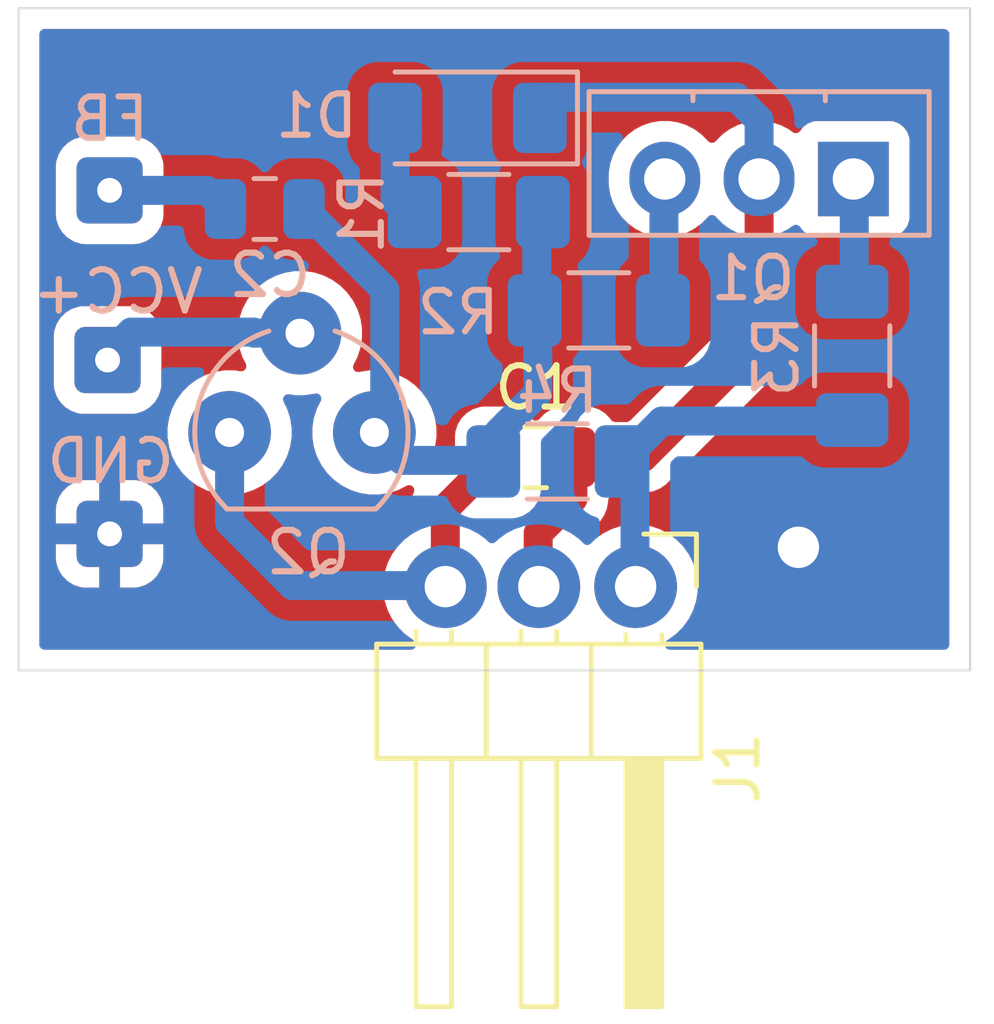
<source format=kicad_pcb>
(kicad_pcb (version 20241229) (generator "pcbnew") (generator_version "9.0")
  (layers (0 "F.Cu" signal) (2 "B.Cu" signal) (13 "F.Paste" user) (15 "B.Paste" user) (5 "F.SilkS" user "F.Silkscreen") (7 "B.SilkS" user "B.Silkscreen") (1 "F.Mask" user) (3 "B.Mask" user) (25 "Edge.Cuts" user))
  (net 0 "")
  (net 1 "Net-(J1-Pin_3)")
  (net 2 "Net-(D1-K)")
  (net 3 "Net-(D1-A)")
  (net 4 "Net-(Q2-E)")
  (net 5 "/VC+")
  (net 6 "GND")
  (net 7 "/VE-")
  (net 8 "Net-(Q1-B)")
  (net 9 "Net-(Q1-E)")
  (net 10 "Net-(C2-Pad2)")
  (footprint "Capacitor_SMD:C_0805_2012Metric" (layer "F.Cu") (at 154.1 134.7)
    (property "Reference" "C1" (at 0 -1.68 0) (layer "F.SilkS"))
    (property "Value" "27p")
    (fp_line (start -0.261252 -0.735) (end 0.261252 -0.735) (stroke (width 0.12)) (layer "F.SilkS"))
    (fp_line (start -0.261252 0.735) (end 0.261252 0.735) (stroke (width 0.12)) (layer "F.SilkS"))
    (pad "1" smd roundrect (at -0.95 0) (size 1 1.45) (layers "F.Cu" "F.Mask" "F.Paste") (net 1 "Net-(J1-Pin_3)"))
    (pad "2" smd roundrect (at 0.95 0) (size 1 1.45) (layers "F.Cu" "F.Mask" "F.Paste") (net 2 "Net-(D1-K)"))
  )
  (footprint "Connector_PinHeader_2.54mm:PinHeader_1x03_P2.54mm_Horizontal" (layer "F.Cu") (at 156.715 137.825 -90)
    (property "Reference" "J1" (at 4.385 -2.27 90) (layer "F.SilkS"))
    (property "Value" "Conn_01x03")
    (fp_line (start 1.39 6.46) (end 4.15 6.46) (stroke (width 0.12)) (layer "F.SilkS"))
    (fp_line (start 4.15 6.46) (end 4.15 -1.38) (stroke (width 0.12)) (layer "F.SilkS"))
    (fp_line (start 1.077358 5.51) (end 1.39 5.51) (stroke (width 0.12)) (layer "F.SilkS"))
    (fp_line (start 10.15 5.51) (end 4.15 5.51) (stroke (width 0.12)) (layer "F.SilkS"))
    (fp_line (start 1.077358 4.65) (end 1.39 4.65) (stroke (width 0.12)) (layer "F.SilkS"))
    (fp_line (start 4.15 4.65) (end 10.15 4.65) (stroke (width 0.12)) (layer "F.SilkS"))
    (fp_line (start 10.15 4.65) (end 10.15 5.51) (stroke (width 0.12)) (layer "F.SilkS"))
    (fp_line (start 1.39 3.81) (end 4.15 3.81) (stroke (width 0.12)) (layer "F.SilkS"))
    (fp_line (start 1.077358 2.97) (end 1.39 2.97) (stroke (width 0.12)) (layer "F.SilkS"))
    (fp_line (start 10.15 2.97) (end 4.15 2.97) (stroke (width 0.12)) (layer "F.SilkS"))
    (fp_line (start 1.077358 2.11) (end 1.39 2.11) (stroke (width 0.12)) (layer "F.SilkS"))
    (fp_line (start 4.15 2.11) (end 10.15 2.11) (stroke (width 0.12)) (layer "F.SilkS"))
    (fp_line (start 10.15 2.11) (end 10.15 2.97) (stroke (width 0.12)) (layer "F.SilkS"))
    (fp_line (start 1.39 1.27) (end 4.15 1.27) (stroke (width 0.12)) (layer "F.SilkS"))
    (fp_line (start 1.16 0.43) (end 1.39 0.43) (stroke (width 0.12)) (layer "F.SilkS"))
    (fp_line (start -1.27 0) (end -1.27 -1.27) (stroke (width 0.12)) (layer "F.SilkS"))
    (fp_line (start 1.16 -0.43) (end 1.39 -0.43) (stroke (width 0.12)) (layer "F.SilkS"))
    (fp_line (start -1.27 -1.27) (end 0 -1.27) (stroke (width 0.12)) (layer "F.SilkS"))
    (fp_line (start 1.39 -1.38) (end 1.39 6.46) (stroke (width 0.12)) (layer "F.SilkS"))
    (fp_line (start 4.15 -1.38) (end 1.39 -1.38) (stroke (width 0.12)) (layer "F.SilkS"))
    (fp_rect (start 4.15 -0.43) (end 10.15 0.43) (stroke (width 0.12)) (fill yes) (layer "F.SilkS"))
    (pad "1" thru_hole circle (at 0 0.2 270) (size 2 2) (drill 1) (layers "*.Cu" "*.Mask") (net 7 "/VE-"))
    (pad "2" thru_hole circle (at 0 2.54 270) (size 2 2) (drill 1) (layers "*.Cu" "*.Mask") (net 2 "Net-(D1-K)"))
    (pad "3" thru_hole circle (at 0 4.8 270) (size 2 2) (drill 1) (layers "*.Cu" "*.Mask") (net 1 "Net-(J1-Pin_3)"))
  )
  (footprint "Resistor_SMD:R_1206_3216Metric_Pad1.30x1.75mm_HandSolder" (layer "B.Cu") (at 155.625 131.15 180)
    (property "Reference" "R2" (at 3.4 -0.05 0) (layer "B.SilkS") (effects (justify mirror)))
    (property "Value" "47")
    (fp_line (start -0.727064 0.91) (end 0.727064 0.91) (stroke (width 0.12)) (layer "B.SilkS"))
    (fp_line (start -0.727064 -0.91) (end 0.727064 -0.91) (stroke (width 0.12)) (layer "B.SilkS"))
    (pad "1" smd roundrect (at -1.55 0 180) (size 1.3 1.75) (layers "B.Cu" "B.Mask" "B.Paste") (roundrect_rratio 0.192308) (net 8 "Net-(Q1-B)"))
    (pad "2" smd roundrect (at 1.55 0 180) (size 1.3 1.75) (layers "B.Cu" "B.Mask" "B.Paste") (roundrect_rratio 0.192308) (net 4 "Net-(Q2-E)"))
  )
  (footprint "Resistor_SMD:R_1206_3216Metric_Pad1.30x1.75mm_HandSolder" (layer "B.Cu") (at 152.725 128.775)
    (property "Reference" "R1" (at -2.825 0.025 90) (layer "B.SilkS") (effects (justify mirror)))
    (property "Value" "47")
    (fp_line (start -0.727064 -0.91) (end 0.727064 -0.91) (stroke (width 0.12)) (layer "B.SilkS"))
    (fp_line (start -0.727064 0.91) (end 0.727064 0.91) (stroke (width 0.12)) (layer "B.SilkS"))
    (pad "1" smd roundrect (at -1.55 0) (size 1.3 1.75) (layers "B.Cu" "B.Mask" "B.Paste") (roundrect_rratio 0.192308) (net 3 "Net-(D1-A)"))
    (pad "2" smd roundrect (at 1.55 0) (size 1.3 1.75) (layers "B.Cu" "B.Mask" "B.Paste") (roundrect_rratio 0.192308) (net 4 "Net-(Q2-E)"))
  )
  (footprint "Resistor_SMD:R_1206_3216Metric_Pad1.30x1.75mm_HandSolder" (layer "B.Cu") (at 154.625 134.8 180)
    (property "Reference" "R4" (at 0 1.7 0) (layer "B.SilkS") (effects (justify mirror)))
    (property "Value" "2k2")
    (fp_line (start -0.727064 0.91) (end 0.727064 0.91) (stroke (width 0.12)) (layer "B.SilkS"))
    (fp_line (start -0.727064 -0.91) (end 0.727064 -0.91) (stroke (width 0.12)) (layer "B.SilkS"))
    (pad "1" smd roundrect (at -1.55 0 180) (size 1.3 1.75) (layers "B.Cu" "B.Mask" "B.Paste") (roundrect_rratio 0.192308) (net 7 "/VE-"))
    (pad "2" smd roundrect (at 1.55 0 180) (size 1.3 1.75) (layers "B.Cu" "B.Mask" "B.Paste") (roundrect_rratio 0.192308) (net 4 "Net-(Q2-E)"))
  )
  (footprint "Connector_Wire:SolderWire-0.1sqmm_1x01_D0.4mm_OD1mm" (layer "B.Cu") (at 143.75 132.35)
    (property "Reference" "H2")
    (property "Value" "VCC+" (at 0.25 -1.65 180) (layer "B.SilkS") (effects (justify mirror)))
    (pad "1" thru_hole roundrect (at 0 0) (size 1.6 1.6) (drill 0.6) (layers "*.Cu" "*.Mask") (roundrect_rratio 0.15625) (net 5 "/VC+"))
  )
  (footprint "Connector_Wire:SolderWire-0.1sqmm_1x01_D0.4mm_OD1mm" (layer "B.Cu") (at 143.8 128.25)
    (property "Reference" "H1")
    (property "Value" "FB" (at 0 -1.725 180) (layer "B.SilkS") (effects (justify mirror)))
    (pad "1" thru_hole roundrect (at 0 0) (size 1.6 1.6) (drill 0.6) (layers "*.Cu" "*.Mask") (roundrect_rratio 0.15625) (net 10 "Net-(C2-Pad2)"))
  )
  (footprint "Package_TO_SOT_THT:TO-126-3_Vertical" (layer "B.Cu") (at 161.78 127.975 180)
    (property "Reference" "Q1" (at 2.43 -2.4 180) (layer "B.SilkS") (effects (justify mirror)))
    (property "Value" "BF459")
    (fp_line (start 6.39 2.11) (end 6.39 -1.36) (stroke (width 0.12)) (layer "B.SilkS"))
    (fp_line (start 6.39 -1.36) (end -1.83 -1.36) (stroke (width 0.12)) (layer "B.SilkS"))
    (fp_line (start 3.88 2.11) (end 3.88 1.89) (stroke (width 0.12)) (layer "B.SilkS"))
    (fp_line (start 0.68 2.11) (end 0.68 1.89) (stroke (width 0.12)) (layer "B.SilkS"))
    (fp_line (start -1.83 2.11) (end 6.39 2.11) (stroke (width 0.12)) (layer "B.SilkS"))
    (fp_line (start -1.83 -1.36) (end -1.83 2.11) (stroke (width 0.12)) (layer "B.SilkS"))
    (pad "1" thru_hole rect (at 0 0 180) (size 1.71 1.8) (drill 1) (layers "*.Cu" "*.Mask") (net 9 "Net-(Q1-E)"))
    (pad "2" thru_hole oval (at 2.28 0 180) (size 1.71 1.8) (drill 1) (layers "*.Cu" "*.Mask") (net 2 "Net-(D1-K)"))
    (pad "3" thru_hole oval (at 4.56 0 180) (size 1.71 1.8) (drill 1) (layers "*.Cu" "*.Mask") (net 8 "Net-(Q1-B)"))
  )
  (footprint "Resistor_SMD:R_1206_3216Metric_Pad1.30x1.75mm_HandSolder" (layer "B.Cu") (at 161.75 132.25 90)
    (property "Reference" "R3" (at 0 -1.825 90) (layer "B.SilkS") (effects (justify mirror)))
    (property "Value" "68")
    (fp_line (start -0.727064 -0.91) (end 0.727064 -0.91) (stroke (width 0.12)) (layer "B.SilkS"))
    (fp_line (start -0.727064 0.91) (end 0.727064 0.91) (stroke (width 0.12)) (layer "B.SilkS"))
    (pad "1" smd roundrect (at -1.55 0 90) (size 1.3 1.75) (layers "B.Cu" "B.Mask" "B.Paste") (roundrect_rratio 0.192308) (net 7 "/VE-"))
    (pad "2" smd roundrect (at 1.55 0 90) (size 1.3 1.75) (layers "B.Cu" "B.Mask" "B.Paste") (roundrect_rratio 0.192308) (net 9 "Net-(Q1-E)"))
  )
  (footprint "Diode_SMD:D_MiniMELF" (layer "B.Cu") (at 152.45 126.5 180)
    (property "Reference" "D1" (at 3.65 0.05 0) (layer "B.SilkS") (effects (justify mirror)))
    (property "Value" "LL4148")
    (fp_line (start 1.75 1.11) (end -2.66 1.11) (stroke (width 0.12)) (layer "B.SilkS"))
    (fp_line (start -2.66 1.11) (end -2.66 -1.11) (stroke (width 0.12)) (layer "B.SilkS"))
    (fp_line (start -2.66 -1.11) (end 1.75 -1.11) (stroke (width 0.12)) (layer "B.SilkS"))
    (pad "1" smd roundrect (at -1.75 0 180) (size 1.3 1.7) (layers "B.Cu" "B.Mask" "B.Paste") (roundrect_rratio 0.1923076923) (net 2 "Net-(D1-K)"))
    (pad "2" smd roundrect (at 1.75 0 180) (size 1.3 1.7) (layers "B.Cu" "B.Mask" "B.Paste") (roundrect_rratio 0.1923076923) (net 3 "Net-(D1-A)"))
  )
  (footprint "Capacitor_SMD:C_0805_2012Metric" (layer "B.Cu") (at 147.55 128.7 180)
    (property "Reference" "C2" (at -0.125 -1.6 0) (layer "B.SilkS") (effects (justify mirror)))
    (property "Value" "8p2")
    (fp_line (start -0.261252 0.735) (end 0.261252 0.735) (stroke (width 0.12)) (layer "B.SilkS"))
    (fp_line (start -0.261252 -0.735) (end 0.261252 -0.735) (stroke (width 0.12)) (layer "B.SilkS"))
    (pad "1" smd roundrect (at -0.95 0 180) (size 1 1.45) (layers "B.Cu" "B.Mask" "B.Paste") (net 4 "Net-(Q2-E)"))
    (pad "2" smd roundrect (at 0.95 0 180) (size 1 1.45) (layers "B.Cu" "B.Mask" "B.Paste") (net 10 "Net-(C2-Pad2)"))
  )
  (footprint "Connector_Wire:SolderWire-0.1sqmm_1x01_D0.4mm_OD1mm" (layer "B.Cu") (at 143.8 136.55)
    (property "Reference" "H3")
    (property "Value" "GND" (at 0.025 -1.75 180) (layer "B.SilkS") (effects (justify mirror)))
    (pad "1" thru_hole roundrect (at 0 0) (size 1.6 1.6) (drill 0.6) (layers "*.Cu" "*.Mask") (roundrect_rratio 0.15625) (net 6 "GND"))
  )
  (footprint "Package_TO_SOT_THT:TO-92_HandSolder" (layer "B.Cu") (at 149.7 134.1 180)
    (property "Reference" "Q2" (at 1.1 -2.9 0) (layer "B.SilkS") (effects (justify mirror)))
    (property "Value" "2SC2240")
    (fp_line (start -0.53 -1.85) (end 3.07 -1.85) (stroke (width 0.12)) (layer "B.SilkS"))
    (fp_arc (start 3.078445 -1.827684) (mid 3.769932 0.601036) (end 2.05 2.45) (stroke (width 0.12)) (layer "B.SilkS"))
    (fp_arc (start 0.45 2.45) (mid -1.247231 0.581763) (end -0.541875 -1.841741) (stroke (width 0.12)) (layer "B.SilkS"))
    (pad "1" thru_hole circle (at -0.5 0 180) (size 2 2) (drill 0.7) (layers "*.Cu" "*.Mask") (net 4 "Net-(Q2-E)"))
    (pad "2" thru_hole circle (at 1.3 2.4 180) (size 2 2) (drill 0.7) (layers "*.Cu" "*.Mask") (net 5 "/VC+"))
    (pad "3" thru_hole circle (at 3 0 180) (size 2 2) (drill 0.7) (layers "*.Cu" "*.Mask") (net 1 "Net-(J1-Pin_3)"))
  )
  (gr_rect (start 141.6 123.85) (end 164.6 139.85) (stroke (width 0.05)) (fill no) (layer "Edge.Cuts"))
  (segment (start 151.915 135.935) (end 153.15 134.7) (width 0.7) (layer "F.Cu") (net 1))
  (segment (start 151.915 137.825) (end 151.915 135.935) (width 0.7) (layer "F.Cu") (net 1))
  (segment (start 148.225 137.8) (end 151.94 137.8) (width 0.7) (layer "B.Cu") (net 1))
  (segment (start 146.7 134.07) (end 146.7 136.275) (width 0.7) (layer "B.Cu") (net 1))
  (segment (start 146.7 136.275) (end 148.225 137.8) (width 0.7) (layer "B.Cu") (net 1))
  (segment (start 154.159181 136.538943) (end 155 135.698124) (width 0.7) (layer "F.Cu") (net 2))
  (segment (start 154.159181 137.809181) (end 154.159181 136.538943) (width 0.7) (layer "F.Cu") (net 2))
  (segment (start 154.175 137.825) (end 154.159181 137.809181) (width 0.7) (layer "F.Cu") (net 2))
  (segment (start 156.7 134.7) (end 159.5 131.9) (width 0.7) (layer "F.Cu") (net 2))
  (segment (start 155 134.75) (end 155.05 134.7) (width 0.7) (layer "F.Cu") (net 2))
  (segment (start 155.05 134.7) (end 156.7 134.7) (width 0.7) (layer "F.Cu") (net 2))
  (segment (start 159.5 131.9) (end 159.5 127.975) (width 0.7) (layer "F.Cu") (net 2))
  (segment (start 155 135.698124) (end 155 134.75) (width 0.7) (layer "F.Cu") (net 2))
  (segment (start 154.2 137.85) (end 154.175 137.825) (width 0.7) (layer "F.Cu") (net 2))
  (segment (start 154.2 137.965) (end 154.2 137.85) (width 0.7) (layer "F.Cu") (net 2))
  (segment (start 159.5 127.975) (end 159.5 126.55) (width 0.7) (layer "B.Cu") (net 2))
  (segment (start 159.5 126.55) (end 158.95 126) (width 0.7) (layer "B.Cu") (net 2))
  (segment (start 158.95 126) (end 154.2 126) (width 0.7) (layer "B.Cu") (net 2))
  (segment (start 150.7 127.1) (end 150.7 128.5) (width 0.7) (layer "B.Cu") (net 3))
  (segment (start 151 126.8) (end 150.7 127.1) (width 0.7) (layer "B.Cu") (net 3))
  (segment (start 153.175 134.775) (end 150.875 134.775) (width 0.7) (layer "B.Cu") (net 4))
  (segment (start 153.4 133.9) (end 154.15 133.15) (width 0.7) (layer "B.Cu") (net 4))
  (segment (start 150.875 134.775) (end 150.2 134.1) (width 0.7) (layer "B.Cu") (net 4))
  (segment (start 153.4 133.9) (end 153.2 134.1) (width 0.7) (layer "B.Cu") (net 4))
  (segment (start 148.5 128.7) (end 150.45 130.65) (width 0.7) (layer "B.Cu") (net 4))
  (segment (start 154.125 130.9375) (end 154.125 129.1625) (width 0.7) (layer "B.Cu") (net 4))
  (segment (start 150.45 130.65) (end 150.45 133.85) (width 0.7) (layer "B.Cu") (net 4))
  (segment (start 154.15 133.15) (end 154.15 131.075) (width 0.7) (layer "B.Cu") (net 4))
  (segment (start 143.7 132.3) (end 144.325 131.675) (width 0.7) (layer "B.Cu") (net 5))
  (segment (start 147.275 131.675) (end 147.3 131.7) (width 0.7) (layer "B.Cu") (net 5))
  (segment (start 144.325 131.675) (end 147.275 131.675) (width 0.7) (layer "B.Cu") (net 5))
  (segment (start 147.3 131.7) (end 148.4 131.7) (width 0.7) (layer "B.Cu") (net 5))
  (via (at 160.45 136.875) (size 1.6) (drill 1) (layers "F.Cu" "B.Cu") (net 6))
  (segment (start 156.175 134.8) (end 157.15 133.825) (width 0.7) (layer "B.Cu") (net 7))
  (segment (start 156.5 137.8) (end 156.5 134.65) (width 0.7) (layer "B.Cu") (net 7))
  (segment (start 157.15 133.825) (end 161.725 133.825) (width 0.7) (layer "B.Cu") (net 7))
  (segment (start 157.2 130.9) (end 157.2 127.995) (width 0.7) (layer "B.Cu") (net 8))
  (segment (start 157.2 127.995) (end 157.22 127.975) (width 0.5) (layer "B.Cu") (net 8))
  (segment (start 161.8 130.75) (end 161.8 127.995) (width 0.7) (layer "B.Cu") (net 9))
  (segment (start 161.8 127.995) (end 161.78 127.975) (width 0.5) (layer "B.Cu") (net 9))
  (segment (start 143.8 128.25) (end 146.15 128.25) (width 0.7) (layer "B.Cu") (net 10))
  (segment (start 146.15 128.25) (end 146.6 128.7) (width 0.7) (layer "B.Cu") (net 10))
  (zone (net 6) (net_name "GND") (layers "F.Cu" "B.Cu") (connect_pads thru_hole_only (clearance 0.5)) (min_thickness 0.25) (fill yes (thermal_gap 0.5) (thermal_bridge_width 0.5) (smoothing chamfer))
    (polygon (pts (xy 141.255735 123.65) (xy 165.2 123.65) (xy 165.2 140.25) (xy 141.150003 140.25)))
  )
)
</source>
